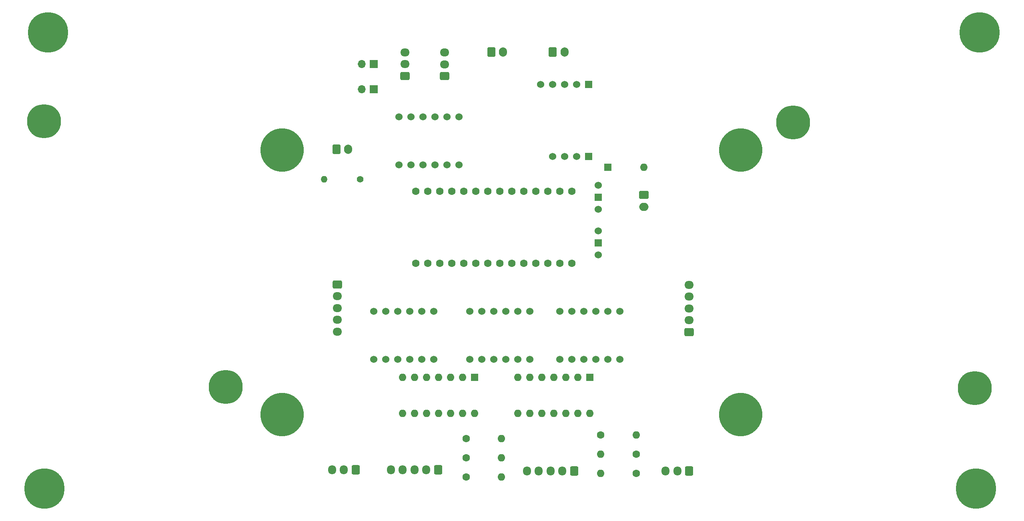
<source format=gts>
%TF.GenerationSoftware,KiCad,Pcbnew,6.0.11-2627ca5db0~126~ubuntu20.04.1*%
%TF.CreationDate,2023-02-06T13:13:29-05:00*%
%TF.ProjectId,ScooterBLDCMotorController,53636f6f-7465-4724-924c-44434d6f746f,rev?*%
%TF.SameCoordinates,Original*%
%TF.FileFunction,Soldermask,Top*%
%TF.FilePolarity,Negative*%
%FSLAX46Y46*%
G04 Gerber Fmt 4.6, Leading zero omitted, Abs format (unit mm)*
G04 Created by KiCad (PCBNEW 6.0.11-2627ca5db0~126~ubuntu20.04.1) date 2023-02-06 13:13:29*
%MOMM*%
%LPD*%
G01*
G04 APERTURE LIST*
G04 Aperture macros list*
%AMRoundRect*
0 Rectangle with rounded corners*
0 $1 Rounding radius*
0 $2 $3 $4 $5 $6 $7 $8 $9 X,Y pos of 4 corners*
0 Add a 4 corners polygon primitive as box body*
4,1,4,$2,$3,$4,$5,$6,$7,$8,$9,$2,$3,0*
0 Add four circle primitives for the rounded corners*
1,1,$1+$1,$2,$3*
1,1,$1+$1,$4,$5*
1,1,$1+$1,$6,$7*
1,1,$1+$1,$8,$9*
0 Add four rect primitives between the rounded corners*
20,1,$1+$1,$2,$3,$4,$5,0*
20,1,$1+$1,$4,$5,$6,$7,0*
20,1,$1+$1,$6,$7,$8,$9,0*
20,1,$1+$1,$8,$9,$2,$3,0*%
G04 Aperture macros list end*
%ADD10RoundRect,0.250000X0.600000X0.725000X-0.600000X0.725000X-0.600000X-0.725000X0.600000X-0.725000X0*%
%ADD11O,1.700000X1.950000*%
%ADD12C,8.500000*%
%ADD13C,1.600000*%
%ADD14O,1.600000X1.600000*%
%ADD15C,7.200000*%
%ADD16C,1.524000*%
%ADD17R,1.524000X1.524000*%
%ADD18RoundRect,0.250000X0.725000X-0.600000X0.725000X0.600000X-0.725000X0.600000X-0.725000X-0.600000X0*%
%ADD19O,1.950000X1.700000*%
%ADD20RoundRect,0.250000X-0.750000X0.600000X-0.750000X-0.600000X0.750000X-0.600000X0.750000X0.600000X0*%
%ADD21O,2.000000X1.700000*%
%ADD22C,9.200000*%
%ADD23RoundRect,0.250000X-0.600000X-0.750000X0.600000X-0.750000X0.600000X0.750000X-0.600000X0.750000X0*%
%ADD24O,1.700000X2.000000*%
%ADD25C,1.400000*%
%ADD26O,1.400000X1.400000*%
%ADD27R,1.600000X1.600000*%
%ADD28R,1.700000X1.700000*%
%ADD29O,1.700000X1.700000*%
%ADD30RoundRect,0.250000X-0.725000X0.600000X-0.725000X-0.600000X0.725000X-0.600000X0.725000X0.600000X0*%
G04 APERTURE END LIST*
D10*
X133310000Y-136288000D03*
D11*
X130810000Y-136288000D03*
X128310000Y-136288000D03*
X125810000Y-136288000D03*
X123310000Y-136288000D03*
D12*
X247142000Y-140208000D03*
D13*
X175240000Y-137016000D03*
D14*
X167740000Y-137016000D03*
D15*
X208448000Y-62738000D03*
D16*
X137708000Y-61578000D03*
X135168000Y-61578000D03*
X132628000Y-61578000D03*
X130088000Y-61578000D03*
X127548000Y-61578000D03*
X125008000Y-61578000D03*
X125008000Y-71738000D03*
X127548000Y-71738000D03*
X130088000Y-71738000D03*
X132628000Y-71738000D03*
X135168000Y-71738000D03*
X137708000Y-71738000D03*
D13*
X128564000Y-92566000D03*
X131104000Y-92566000D03*
X133644000Y-92566000D03*
X136184000Y-92566000D03*
X138724000Y-92566000D03*
X141264000Y-92566000D03*
X143804000Y-92566000D03*
X146344000Y-92566000D03*
X148884000Y-92566000D03*
X151424000Y-92566000D03*
X153964000Y-92566000D03*
X156504000Y-92566000D03*
X159044000Y-92566000D03*
X161584000Y-92566000D03*
X161584000Y-77326000D03*
X159044000Y-77326000D03*
X156504000Y-77326000D03*
X153964000Y-77326000D03*
X151424000Y-77326000D03*
X148884000Y-77326000D03*
X146344000Y-77326000D03*
X143804000Y-77326000D03*
X141264000Y-77326000D03*
X138724000Y-77326000D03*
X136184000Y-77326000D03*
X133644000Y-77326000D03*
X131104000Y-77326000D03*
X128564000Y-77326000D03*
D16*
X157540000Y-69978500D03*
X160080000Y-69978500D03*
X162620000Y-69978500D03*
D17*
X165160000Y-69978500D03*
X165160000Y-54738500D03*
D16*
X162620000Y-54738500D03*
X160080000Y-54738500D03*
X157540000Y-54738500D03*
X155000000Y-54738500D03*
D18*
X134700000Y-52942000D03*
D19*
X134700000Y-50442000D03*
X134700000Y-47942000D03*
D20*
X176841000Y-78108000D03*
D21*
X176841000Y-80608000D03*
D15*
X88392000Y-118750000D03*
D22*
X197344000Y-124580000D03*
D12*
X50800000Y-43688000D03*
D22*
X100344000Y-68580000D03*
D23*
X111820000Y-68419000D03*
D24*
X114320000Y-68419000D03*
D16*
X139994000Y-112886000D03*
X142534000Y-112886000D03*
X145074000Y-112886000D03*
X147614000Y-112886000D03*
X150154000Y-112886000D03*
X152694000Y-112886000D03*
X152694000Y-102726000D03*
X150154000Y-102726000D03*
X147614000Y-102726000D03*
X145074000Y-102726000D03*
X142534000Y-102726000D03*
X139994000Y-102726000D03*
D10*
X162092000Y-136525000D03*
D11*
X159592000Y-136525000D03*
X157092000Y-136525000D03*
X154592000Y-136525000D03*
X152092000Y-136525000D03*
D16*
X167172000Y-85725000D03*
D17*
X167172000Y-88265000D03*
D16*
X167172000Y-90805000D03*
D13*
X175240000Y-132952000D03*
D14*
X167740000Y-132952000D03*
D22*
X197344000Y-68580000D03*
D23*
X157560000Y-47845000D03*
D24*
X160060000Y-47845000D03*
D25*
X116830000Y-74786000D03*
D26*
X109210000Y-74786000D03*
D10*
X115864000Y-136271000D03*
D11*
X113364000Y-136271000D03*
X110864000Y-136271000D03*
D18*
X186419000Y-107108000D03*
D19*
X186419000Y-104608000D03*
X186419000Y-102108000D03*
X186419000Y-99608000D03*
X186419000Y-97108000D03*
D27*
X165399000Y-116706000D03*
D14*
X162859000Y-116706000D03*
X160319000Y-116706000D03*
X157779000Y-116706000D03*
X155239000Y-116706000D03*
X152699000Y-116706000D03*
X150159000Y-116706000D03*
X150159000Y-124326000D03*
X152699000Y-124326000D03*
X155239000Y-124326000D03*
X157779000Y-124326000D03*
X160319000Y-124326000D03*
X162859000Y-124326000D03*
X165399000Y-124326000D03*
D28*
X119674000Y-55736000D03*
D29*
X117134000Y-55736000D03*
D12*
X50038000Y-140208000D03*
D28*
X119674000Y-50402000D03*
D29*
X117134000Y-50402000D03*
D16*
X159044000Y-112886000D03*
X161584000Y-112886000D03*
X164124000Y-112886000D03*
X166664000Y-112886000D03*
X169204000Y-112886000D03*
X171744000Y-112886000D03*
X171744000Y-102726000D03*
X169204000Y-102726000D03*
X166664000Y-102726000D03*
X164124000Y-102726000D03*
X161584000Y-102726000D03*
X159044000Y-102726000D03*
D22*
X100344000Y-124580000D03*
D16*
X167172000Y-76056000D03*
D17*
X167172000Y-78596000D03*
D16*
X167172000Y-81136000D03*
D23*
X144586000Y-47845000D03*
D24*
X147086000Y-47845000D03*
D16*
X119674000Y-112886000D03*
X122214000Y-112886000D03*
X124754000Y-112886000D03*
X127294000Y-112886000D03*
X129834000Y-112886000D03*
X132374000Y-112886000D03*
X132374000Y-102726000D03*
X129834000Y-102726000D03*
X127294000Y-102726000D03*
X124754000Y-102726000D03*
X122214000Y-102726000D03*
X119674000Y-102726000D03*
D13*
X139232000Y-129667000D03*
D14*
X146732000Y-129667000D03*
D27*
X169204000Y-72246000D03*
D14*
X176824000Y-72246000D03*
D13*
X139232000Y-133731000D03*
D14*
X146732000Y-133731000D03*
D27*
X141015000Y-116706000D03*
D14*
X138475000Y-116706000D03*
X135935000Y-116706000D03*
X133395000Y-116706000D03*
X130855000Y-116706000D03*
X128315000Y-116706000D03*
X125775000Y-116706000D03*
X125775000Y-124326000D03*
X128315000Y-124326000D03*
X130855000Y-124326000D03*
X133395000Y-124326000D03*
X135935000Y-124326000D03*
X138475000Y-124326000D03*
X141015000Y-124326000D03*
D13*
X139232000Y-137795000D03*
D14*
X146732000Y-137795000D03*
D15*
X246888000Y-119000000D03*
X49952000Y-62488000D03*
D13*
X167740000Y-128888000D03*
D14*
X175240000Y-128888000D03*
D18*
X126301000Y-52902000D03*
D19*
X126301000Y-50402000D03*
X126301000Y-47902000D03*
D12*
X247904000Y-43688000D03*
D10*
X186436000Y-136525000D03*
D11*
X183936000Y-136525000D03*
X181436000Y-136525000D03*
D30*
X112014000Y-97028000D03*
D19*
X112014000Y-99528000D03*
X112014000Y-102028000D03*
X112014000Y-104528000D03*
X112014000Y-107028000D03*
M02*

</source>
